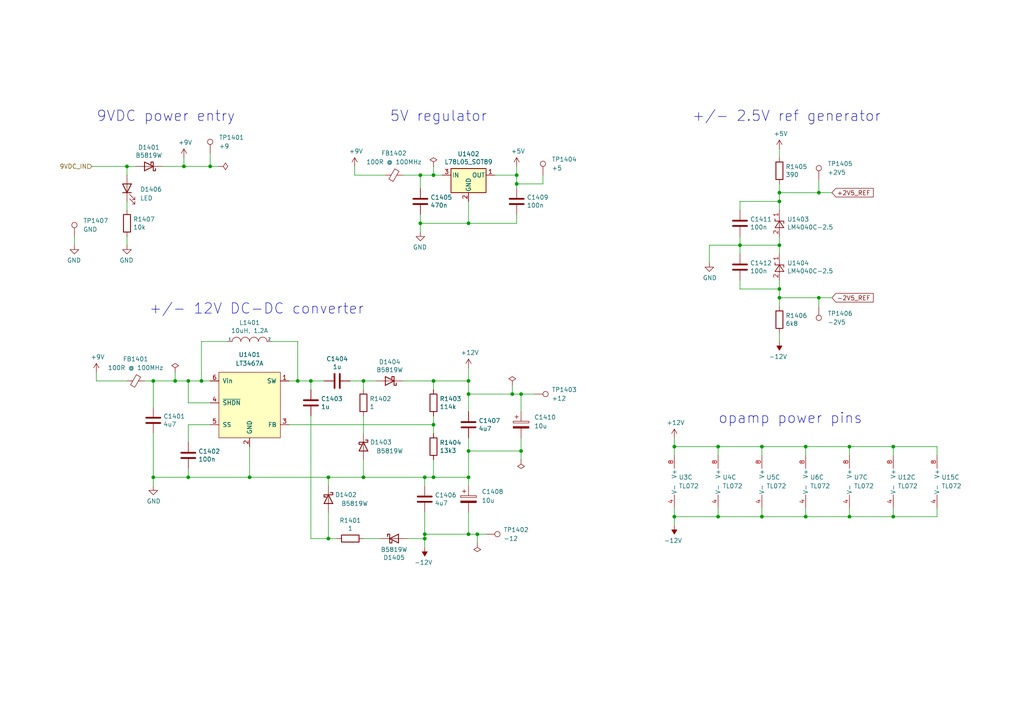
<source format=kicad_sch>
(kicad_sch (version 20211123) (generator eeschema)
  (paper "A4")
  (title_block (title "Micro-Pico Tiny Monosynth") (date "2022-08-18") (rev "0.1") (comment 1 "creativecommons.org/licences/by/4.0") (comment 2 "Licence: CC by 4.0") (comment 3 "Author: Jordan Aceto"))
  (lib_symbols
    (symbol "Amplifier_Operational:TL072" (pin_names (offset 0.127))
      (property "Reference" "U" (at 0 5.08 0))
      (property "Value" "TL072" (at 0 -5.08 0))
      (symbol "TL072_1_1"
        (polyline (pts (xy -5.08 5.08) (xy 5.08 0) (xy -5.08 -5.08) (xy -5.08 5.08)) (stroke (width 0.254)) (fill (type background)))
        (pin output line (at 7.62 0 180) (length 2.54) (name "~") (number "1"))
        (pin input line (at -7.62 -2.54 0) (length 2.54) (name "-") (number "2"))
        (pin input line (at -7.62 2.54 0) (length 2.54) (name "+") (number "3"))
      )
      (symbol "TL072_2_1"
        (polyline (pts (xy -5.08 5.08) (xy 5.08 0) (xy -5.08 -5.08) (xy -5.08 5.08)) (stroke (width 0.254)) (fill (type background)))
        (pin input line (at -7.62 2.54 0) (length 2.54) (name "+") (number "5"))
        (pin input line (at -7.62 -2.54 0) (length 2.54) (name "-") (number "6"))
        (pin output line (at 7.62 0 180) (length 2.54) (name "~") (number "7"))
      )
      (symbol "TL072_3_1"
        (pin power_in line (at -2.54 -7.62 90) (length 3.81) (name "V-") (number "4"))
        (pin power_in line (at -2.54 7.62 270) (length 3.81) (name "V+") (number "8"))
      )
    )
    (symbol "Connector:TestPoint" (pin_numbers hide) (pin_names (offset 0.762) hide)
      (property "Reference" "TP" (at 0 6.858 0))
      (property "Value" "TestPoint" (at 0 5.08 0))
      (symbol "TestPoint_0_1"
        (circle (center 0 3.302) (radius 0.762))
      )
      (symbol "TestPoint_1_1"
        (pin passive line (at 0 0 90) (length 2.54) (name "1") (number "1"))
      )
    )
    (symbol "Device:C" (pin_numbers hide) (pin_names (offset 0.254))
      (property "Reference" "C" (at 0.635 2.54 0))
      (property "Value" "C" (at 0.635 -2.54 0))
      (symbol "C_0_1"
        (polyline (pts (xy -2.032 -0.762) (xy 2.032 -0.762)) (stroke (width 0.508)))
        (polyline (pts (xy -2.032 0.762) (xy 2.032 0.762)) (stroke (width 0.508)))
      )
      (symbol "C_1_1"
        (pin passive line (at 0 3.81 270) (length 2.794) (name "~") (number "1"))
        (pin passive line (at 0 -3.81 90) (length 2.794) (name "~") (number "2"))
      )
    )
    (symbol "Device:C_Polarized" (pin_numbers hide) (pin_names (offset 0.254))
      (property "Reference" "C" (at 0.635 2.54 0))
      (property "Value" "C_Polarized" (at 0.635 -2.54 0))
      (symbol "C_Polarized_0_1"
        (rectangle (start -2.286 0.508) (end 2.286 1.016))
        (polyline (pts (xy -1.778 2.286) (xy -0.762 2.286)))
        (polyline (pts (xy -1.27 2.794) (xy -1.27 1.778)))
        (rectangle (start 2.286 -0.508) (end -2.286 -1.016) (fill (type outline)))
      )
      (symbol "C_Polarized_1_1"
        (pin passive line (at 0 3.81 270) (length 2.794) (name "~") (number "1"))
        (pin passive line (at 0 -3.81 90) (length 2.794) (name "~") (number "2"))
      )
    )
    (symbol "Device:D_Schottky" (pin_numbers hide) (pin_names (offset 1.016) hide)
      (property "Reference" "D" (at 0 2.54 0))
      (property "Value" "D_Schottky" (at 0 -2.54 0))
      (symbol "D_Schottky_0_1"
        (polyline (pts (xy 1.27 0) (xy -1.27 0)))
        (polyline (pts (xy 1.27 1.27) (xy 1.27 -1.27) (xy -1.27 0) (xy 1.27 1.27)) (stroke (width 0.254)))
        (polyline (pts (xy -1.905 0.635) (xy -1.905 1.27) (xy -1.27 1.27) (xy -1.27 -1.27) (xy -0.635 -1.27) (xy -0.635 -0.635)) (stroke (width 0.254)))
      )
      (symbol "D_Schottky_1_1"
        (pin passive line (at -3.81 0 0) (length 2.54) (name "K") (number "1"))
        (pin passive line (at 3.81 0 180) (length 2.54) (name "A") (number "2"))
      )
    )
    (symbol "Device:FerriteBead_Small" (pin_numbers hide) (pin_names (offset 0))
      (property "Reference" "FB" (at 1.905 1.27 0))
      (property "Value" "FerriteBead_Small" (at 1.905 -1.27 0))
      (symbol "FerriteBead_Small_0_1"
        (polyline (pts (xy 0 -1.27) (xy 0 -0.7874)))
        (polyline (pts (xy 0 0.889) (xy 0 1.2954)))
        (polyline (pts (xy -1.8288 0.2794) (xy -1.1176 1.4986) (xy 1.8288 -0.2032) (xy 1.1176 -1.4224) (xy -1.8288 0.2794)))
      )
      (symbol "FerriteBead_Small_1_1"
        (pin passive line (at 0 2.54 270) (length 1.27) (name "~") (number "1"))
        (pin passive line (at 0 -2.54 90) (length 1.27) (name "~") (number "2"))
      )
    )
    (symbol "Device:LED" (pin_numbers hide) (pin_names (offset 1.016) hide)
      (property "Reference" "D" (at 0 2.54 0))
      (property "Value" "LED" (at 0 -2.54 0))
      (symbol "LED_0_1"
        (polyline (pts (xy -1.27 -1.27) (xy -1.27 1.27)) (stroke (width 0.254)))
        (polyline (pts (xy -1.27 0) (xy 1.27 0)))
        (polyline (pts (xy 1.27 -1.27) (xy 1.27 1.27) (xy -1.27 0) (xy 1.27 -1.27)) (stroke (width 0.254)))
        (polyline (pts (xy -3.048 -0.762) (xy -4.572 -2.286) (xy -3.81 -2.286) (xy -4.572 -2.286) (xy -4.572 -1.524)))
        (polyline (pts (xy -1.778 -0.762) (xy -3.302 -2.286) (xy -2.54 -2.286) (xy -3.302 -2.286) (xy -3.302 -1.524)))
      )
      (symbol "LED_1_1"
        (pin passive line (at -3.81 0 0) (length 2.54) (name "K") (number "1"))
        (pin passive line (at 3.81 0 180) (length 2.54) (name "A") (number "2"))
      )
    )
    (symbol "Device:R" (pin_numbers hide) (pin_names (offset 0))
      (property "Reference" "R" (at 2.032 0 90))
      (property "Value" "R" (at 0 0 90))
      (symbol "R_0_1"
        (rectangle (start -1.016 -2.54) (end 1.016 2.54) (stroke (width 0.254)))
      )
      (symbol "R_1_1"
        (pin passive line (at 0 3.81 270) (length 1.27) (name "~") (number "1"))
        (pin passive line (at 0 -3.81 90) (length 1.27) (name "~") (number "2"))
      )
    )
    (symbol "Reference_Voltage:LM4040DBZ-2.5" (pin_names (offset 0.0254) hide)
      (property "Reference" "U" (at 0 2.54 0))
      (property "Value" "LM4040DBZ-2.5" (at 0 -3.175 0))
      (symbol "LM4040DBZ-2.5_0_1"
        (polyline (pts (xy -1.27 0) (xy 0 0) (xy 1.27 0)))
        (polyline (pts (xy -1.27 -1.27) (xy 0.635 0) (xy -1.27 1.27) (xy -1.27 -1.27)) (stroke (width 0.2032)))
        (polyline (pts (xy 0 -1.27) (xy 0.635 -1.27) (xy 0.635 1.27) (xy 1.27 1.27)) (stroke (width 0.2032)))
      )
      (symbol "LM4040DBZ-2.5_1_1"
        (pin passive line (at 3.81 0 180) (length 2.54) (name "K") (number "1"))
        (pin passive line (at -3.81 0 0) (length 2.54) (name "A") (number "2"))
      )
    )
    (symbol "Regulator_Linear:L78L05_SOT89" (pin_names (offset 0.254))
      (property "Reference" "U" (at -3.81 3.175 0))
      (property "Value" "L78L05_SOT89" (at -0.635 3.175 0))
      (symbol "L78L05_SOT89_0_1"
        (rectangle (start -5.08 1.905) (end 5.08 -5.08) (stroke (width 0.254)) (fill (type background)))
      )
      (symbol "L78L05_SOT89_1_1"
        (pin power_out line (at 7.62 0 180) (length 2.54) (name "OUT") (number "1"))
        (pin power_in line (at 0 -7.62 90) (length 2.54) (name "GND") (number "2"))
        (pin power_in line (at -7.62 0 0) (length 2.54) (name "IN") (number "3"))
      )
    )
    (symbol "custom_symbols:LT3467A" (pin_names (offset 1.016))
      (property "Reference" "U?" (at 0 13.97 0))
      (property "Value" "LT3467A" (at 0 11.43 0))
      (symbol "LT3467A_0_1"
        (rectangle (start -8.89 8.89) (end 8.89 -10.16) (fill (type background)))
      )
      (symbol "LT3467A_1_1"
        (pin power_out line (at 11.43 6.35 180) (length 2.54) (name "SW") (number "1"))
        (pin power_in line (at 0 -12.7 90) (length 2.54) (name "GND") (number "2"))
        (pin input line (at 11.43 -6.35 180) (length 2.54) (name "FB") (number "3"))
        (pin input line (at -11.43 0 0) (length 2.54) (name "~{SHDN}") (number "4"))
        (pin input line (at -11.43 -6.35 0) (length 2.54) (name "SS") (number "5"))
        (pin power_in line (at -11.43 6.35 0) (length 2.54) (name "Vin") (number "6"))
      )
    )
    (symbol "power:+12V" (power) (pin_names (offset 0))
      (property "Value" "+12V" (at 0 3.556 0))
      (symbol "+12V_0_1"
        (polyline (pts (xy -0.762 1.27) (xy 0 2.54)))
        (polyline (pts (xy 0 0) (xy 0 2.54)))
        (polyline (pts (xy 0 2.54) (xy 0.762 1.27)))
      )
      (symbol "+12V_1_1"
        (pin power_in line (at 0 0 90) (length 0) hide (name "+12V") (number "1"))
      )
    )
    (symbol "power:+5V" (power) (pin_names (offset 0))
      (property "Value" "+5V" (at 0 3.556 0))
      (symbol "+5V_0_1"
        (polyline (pts (xy -0.762 1.27) (xy 0 2.54)))
        (polyline (pts (xy 0 0) (xy 0 2.54)))
        (polyline (pts (xy 0 2.54) (xy 0.762 1.27)))
      )
      (symbol "+5V_1_1"
        (pin power_in line (at 0 0 90) (length 0) hide (name "+5V") (number "1"))
      )
    )
    (symbol "power:+9V" (power) (pin_names (offset 0))
      (property "Value" "+9V" (at 0 3.556 0))
      (symbol "+9V_0_1"
        (polyline (pts (xy -0.762 1.27) (xy 0 2.54)))
        (polyline (pts (xy 0 0) (xy 0 2.54)))
        (polyline (pts (xy 0 2.54) (xy 0.762 1.27)))
      )
      (symbol "+9V_1_1"
        (pin power_in line (at 0 0 90) (length 0) hide (name "+9V") (number "1"))
      )
    )
    (symbol "power:-12V" (power) (pin_names (offset 0))
      (property "Value" "-12V" (at 0 3.81 0))
      (symbol "-12V_0_0"
        (pin power_in line (at 0 0 90) (length 0) hide (name "-12V") (number "1"))
      )
      (symbol "-12V_0_1"
        (polyline (pts (xy 0 0) (xy 0 1.27) (xy 0.762 1.27) (xy 0 2.54) (xy -0.762 1.27) (xy 0 1.27)) (fill (type outline)))
      )
    )
    (symbol "power:GND" (power) (pin_names (offset 0))
      (property "Value" "GND" (at 0 -3.81 0))
      (symbol "GND_0_1"
        (polyline (pts (xy 0 0) (xy 0 -1.27) (xy 1.27 -1.27) (xy 0 -2.54) (xy -1.27 -1.27) (xy 0 -1.27)))
      )
      (symbol "GND_1_1"
        (pin power_in line (at 0 0 270) (length 0) hide (name "GND") (number "1"))
      )
    )
    (symbol "power:PWR_FLAG" (power) (pin_numbers hide) (pin_names (offset 0) hide)
      (property "Value" "PWR_FLAG" (at 0 3.81 0))
      (symbol "PWR_FLAG_0_0"
        (pin power_out line (at 0 0 90) (length 0) (name "pwr") (number "1"))
      )
      (symbol "PWR_FLAG_0_1"
        (polyline (pts (xy 0 0) (xy 0 1.27) (xy -1.016 1.905) (xy 0 2.54) (xy 1.016 1.905) (xy 0 1.27)))
      )
    )
    (symbol "pspice:INDUCTOR" (pin_numbers hide) (pin_names (offset 0))
      (property "Reference" "L" (at 0 2.54 0))
      (property "Value" "INDUCTOR" (at 0 -1.27 0))
      (symbol "INDUCTOR_0_1"
        (arc (start -2.54 0) (mid -3.81 1.27) (end -5.08 0))
        (arc (start 0 0) (mid -1.27 1.27) (end -2.54 0))
        (arc (start 2.54 0) (mid 1.27 1.27) (end 0 0))
        (arc (start 5.08 0) (mid 3.81 1.27) (end 2.54 0))
      )
      (symbol "INDUCTOR_1_1"
        (pin input line (at -6.35 0 0) (length 1.27) (name "1") (number "1"))
        (pin input line (at 6.35 0 180) (length 1.27) (name "2") (number "2"))
      )
    )
  )
  (junction (at 237.49 86.36))
  (junction (at 135.89 64.77))
  (junction (at 60.96 48.26))
  (junction (at 135.89 130.81))
  (junction (at 54.61 110.49))
  (junction (at 246.38 149.86))
  (junction (at 220.98 149.86))
  (junction (at 135.89 138.43))
  (junction (at 195.58 149.86))
  (junction (at 36.83 48.26))
  (junction (at 195.58 129.54))
  (junction (at 149.86 53.34))
  (junction (at 226.06 83.82))
  (junction (at 58.42 110.49))
  (junction (at 125.73 50.8))
  (junction (at 226.06 71.12))
  (junction (at 125.73 110.49))
  (junction (at 125.73 123.19))
  (junction (at 123.19 154.94))
  (junction (at 105.41 110.49))
  (junction (at 105.41 138.43))
  (junction (at 151.13 114.3))
  (junction (at 123.19 156.21))
  (junction (at 53.34 48.26))
  (junction (at 138.43 154.94))
  (junction (at 259.08 129.54))
  (junction (at 135.89 154.94))
  (junction (at 121.92 50.8))
  (junction (at 90.17 110.49))
  (junction (at 123.19 138.43))
  (junction (at 214.63 71.12))
  (junction (at 208.28 129.54))
  (junction (at 54.61 138.43))
  (junction (at 246.38 129.54))
  (junction (at 44.45 110.49))
  (junction (at 44.45 138.43))
  (junction (at 95.25 138.43))
  (junction (at 86.36 110.49))
  (junction (at 135.89 110.49))
  (junction (at 135.89 114.3))
  (junction (at 226.06 55.88))
  (junction (at 237.49 55.88))
  (junction (at 259.08 149.86))
  (junction (at 121.92 64.77))
  (junction (at 50.8 110.49))
  (junction (at 148.59 114.3))
  (junction (at 208.28 149.86))
  (junction (at 72.39 138.43))
  (junction (at 95.25 156.21))
  (junction (at 226.06 86.36))
  (junction (at 233.68 149.86))
  (junction (at 233.68 129.54))
  (junction (at 151.13 130.81))
  (junction (at 125.73 138.43))
  (junction (at 149.86 50.8))
  (junction (at 220.98 129.54))
  (junction (at 226.06 58.42))
  (wire (pts (xy 226.06 73.66) (xy 226.06 71.12)))
  (wire (pts (xy 135.89 110.49) (xy 135.89 114.3)))
  (wire (pts (xy 148.59 114.3) (xy 151.13 114.3)))
  (wire (pts (xy 195.58 127) (xy 195.58 129.54)))
  (wire (pts (xy 135.89 154.94) (xy 135.89 148.59)))
  (wire (pts (xy 90.17 110.49) (xy 86.36 110.49)))
  (wire (pts (xy 214.63 58.42) (xy 226.06 58.42)))
  (wire (pts (xy 214.63 60.96) (xy 214.63 58.42)))
  (wire (pts (xy 90.17 156.21) (xy 95.25 156.21)))
  (wire (pts (xy 214.63 73.66) (xy 214.63 71.12)))
  (wire (pts (xy 220.98 149.86) (xy 220.98 147.32)))
  (wire (pts (xy 226.06 55.88) (xy 237.49 55.88)))
  (wire (pts (xy 246.38 129.54) (xy 233.68 129.54)))
  (wire (pts (xy 237.49 86.36) (xy 241.3 86.36)))
  (wire (pts (xy 105.41 138.43) (xy 123.19 138.43)))
  (wire (pts (xy 208.28 129.54) (xy 208.28 132.08)))
  (wire (pts (xy 151.13 130.81) (xy 151.13 133.35)))
  (wire (pts (xy 125.73 123.19) (xy 125.73 125.73)))
  (wire (pts (xy 226.06 86.36) (xy 237.49 86.36)))
  (wire (pts (xy 157.48 53.34) (xy 149.86 53.34)))
  (wire (pts (xy 226.06 55.88) (xy 226.06 53.34)))
  (wire (pts (xy 21.59 71.12) (xy 21.59 68.58)))
  (wire (pts (xy 195.58 152.4) (xy 195.58 149.86)))
  (wire (pts (xy 237.49 55.88) (xy 241.3 55.88)))
  (wire (pts (xy 149.86 53.34) (xy 149.86 54.61)))
  (wire (pts (xy 44.45 110.49) (xy 41.91 110.49)))
  (wire (pts (xy 208.28 147.32) (xy 208.28 149.86)))
  (wire (pts (xy 54.61 128.27) (xy 54.61 123.19)))
  (wire (pts (xy 271.78 129.54) (xy 259.08 129.54)))
  (wire (pts (xy 121.92 50.8) (xy 121.92 54.61)))
  (wire (pts (xy 95.25 148.59) (xy 95.25 156.21)))
  (wire (pts (xy 72.39 138.43) (xy 95.25 138.43)))
  (wire (pts (xy 271.78 149.86) (xy 271.78 147.32)))
  (wire (pts (xy 226.06 60.96) (xy 226.06 58.42)))
  (wire (pts (xy 135.89 114.3) (xy 148.59 114.3)))
  (wire (pts (xy 138.43 154.94) (xy 140.97 154.94)))
  (wire (pts (xy 44.45 138.43) (xy 44.45 140.97)))
  (wire (pts (xy 54.61 135.89) (xy 54.61 138.43)))
  (wire (pts (xy 226.06 58.42) (xy 226.06 55.88)))
  (wire (pts (xy 60.96 44.45) (xy 60.96 48.26)))
  (wire (pts (xy 195.58 129.54) (xy 195.58 132.08)))
  (wire (pts (xy 102.87 50.8) (xy 111.76 50.8)))
  (wire (pts (xy 105.41 133.35) (xy 105.41 138.43)))
  (wire (pts (xy 93.98 110.49) (xy 90.17 110.49)))
  (wire (pts (xy 78.74 99.06) (xy 86.36 99.06)))
  (wire (pts (xy 58.42 99.06) (xy 58.42 110.49)))
  (wire (pts (xy 237.49 52.07) (xy 237.49 55.88)))
  (wire (pts (xy 109.22 110.49) (xy 105.41 110.49)))
  (wire (pts (xy 208.28 149.86) (xy 220.98 149.86)))
  (wire (pts (xy 95.25 138.43) (xy 105.41 138.43)))
  (wire (pts (xy 135.89 106.68) (xy 135.89 110.49)))
  (wire (pts (xy 39.37 48.26) (xy 36.83 48.26)))
  (wire (pts (xy 123.19 148.59) (xy 123.19 154.94)))
  (wire (pts (xy 226.06 86.36) (xy 226.06 88.9)))
  (wire (pts (xy 149.86 50.8) (xy 143.51 50.8)))
  (wire (pts (xy 135.89 64.77) (xy 149.86 64.77)))
  (wire (pts (xy 135.89 154.94) (xy 138.43 154.94)))
  (wire (pts (xy 27.94 110.49) (xy 36.83 110.49)))
  (wire (pts (xy 116.84 110.49) (xy 125.73 110.49)))
  (wire (pts (xy 149.86 64.77) (xy 149.86 62.23)))
  (wire (pts (xy 95.25 156.21) (xy 97.79 156.21)))
  (wire (pts (xy 123.19 154.94) (xy 135.89 154.94)))
  (wire (pts (xy 123.19 138.43) (xy 125.73 138.43)))
  (wire (pts (xy 54.61 116.84) (xy 54.61 110.49)))
  (wire (pts (xy 195.58 147.32) (xy 195.58 149.86)))
  (wire (pts (xy 123.19 140.97) (xy 123.19 138.43)))
  (wire (pts (xy 128.27 50.8) (xy 125.73 50.8)))
  (wire (pts (xy 135.89 130.81) (xy 135.89 127)))
  (wire (pts (xy 226.06 96.52) (xy 226.06 99.06)))
  (wire (pts (xy 53.34 48.26) (xy 60.96 48.26)))
  (wire (pts (xy 125.73 110.49) (xy 125.73 113.03)))
  (wire (pts (xy 148.59 114.3) (xy 148.59 111.76)))
  (wire (pts (xy 233.68 129.54) (xy 233.68 132.08)))
  (wire (pts (xy 121.92 64.77) (xy 135.89 64.77)))
  (wire (pts (xy 121.92 50.8) (xy 116.84 50.8)))
  (wire (pts (xy 60.96 48.26) (xy 63.5 48.26)))
  (wire (pts (xy 123.19 156.21) (xy 123.19 158.75)))
  (wire (pts (xy 138.43 154.94) (xy 138.43 157.48)))
  (wire (pts (xy 27.94 107.95) (xy 27.94 110.49)))
  (wire (pts (xy 44.45 110.49) (xy 50.8 110.49)))
  (wire (pts (xy 259.08 129.54) (xy 246.38 129.54)))
  (wire (pts (xy 44.45 118.11) (xy 44.45 110.49)))
  (wire (pts (xy 233.68 149.86) (xy 246.38 149.86)))
  (wire (pts (xy 208.28 129.54) (xy 195.58 129.54)))
  (wire (pts (xy 105.41 120.65) (xy 105.41 125.73)))
  (wire (pts (xy 125.73 50.8) (xy 121.92 50.8)))
  (wire (pts (xy 86.36 110.49) (xy 83.82 110.49)))
  (wire (pts (xy 233.68 129.54) (xy 220.98 129.54)))
  (wire (pts (xy 36.83 58.42) (xy 36.83 60.96)))
  (wire (pts (xy 125.73 110.49) (xy 135.89 110.49)))
  (wire (pts (xy 44.45 138.43) (xy 44.45 125.73)))
  (wire (pts (xy 214.63 71.12) (xy 226.06 71.12)))
  (wire (pts (xy 54.61 123.19) (xy 60.96 123.19)))
  (wire (pts (xy 154.94 114.3) (xy 151.13 114.3)))
  (wire (pts (xy 125.73 138.43) (xy 135.89 138.43)))
  (wire (pts (xy 220.98 149.86) (xy 233.68 149.86)))
  (wire (pts (xy 83.82 123.19) (xy 125.73 123.19)))
  (wire (pts (xy 60.96 116.84) (xy 54.61 116.84)))
  (wire (pts (xy 149.86 48.26) (xy 149.86 50.8)))
  (wire (pts (xy 53.34 45.72) (xy 53.34 48.26)))
  (wire (pts (xy 54.61 138.43) (xy 44.45 138.43)))
  (wire (pts (xy 271.78 132.08) (xy 271.78 129.54)))
  (wire (pts (xy 36.83 71.12) (xy 36.83 68.58)))
  (wire (pts (xy 135.89 138.43) (xy 135.89 130.81)))
  (wire (pts (xy 246.38 149.86) (xy 259.08 149.86)))
  (wire (pts (xy 121.92 67.31) (xy 121.92 64.77)))
  (wire (pts (xy 214.63 81.28) (xy 214.63 83.82)))
  (wire (pts (xy 60.96 110.49) (xy 58.42 110.49)))
  (wire (pts (xy 72.39 138.43) (xy 72.39 129.54)))
  (wire (pts (xy 123.19 154.94) (xy 123.19 156.21)))
  (wire (pts (xy 220.98 132.08) (xy 220.98 129.54)))
  (wire (pts (xy 151.13 119.38) (xy 151.13 114.3)))
  (wire (pts (xy 95.25 140.97) (xy 95.25 138.43)))
  (wire (pts (xy 259.08 129.54) (xy 259.08 132.08)))
  (wire (pts (xy 246.38 149.86) (xy 246.38 147.32)))
  (wire (pts (xy 90.17 113.03) (xy 90.17 110.49)))
  (wire (pts (xy 226.06 71.12) (xy 226.06 68.58)))
  (wire (pts (xy 90.17 120.65) (xy 90.17 156.21)))
  (wire (pts (xy 259.08 147.32) (xy 259.08 149.86)))
  (wire (pts (xy 214.63 83.82) (xy 226.06 83.82)))
  (wire (pts (xy 66.04 99.06) (xy 58.42 99.06)))
  (wire (pts (xy 149.86 50.8) (xy 149.86 53.34)))
  (wire (pts (xy 58.42 110.49) (xy 54.61 110.49)))
  (wire (pts (xy 259.08 149.86) (xy 271.78 149.86)))
  (wire (pts (xy 54.61 138.43) (xy 72.39 138.43)))
  (wire (pts (xy 36.83 48.26) (xy 36.83 50.8)))
  (wire (pts (xy 237.49 88.9) (xy 237.49 86.36)))
  (wire (pts (xy 246.38 132.08) (xy 246.38 129.54)))
  (wire (pts (xy 50.8 110.49) (xy 50.8 107.95)))
  (wire (pts (xy 125.73 138.43) (xy 125.73 133.35)))
  (wire (pts (xy 125.73 120.65) (xy 125.73 123.19)))
  (wire (pts (xy 157.48 50.8) (xy 157.48 53.34)))
  (wire (pts (xy 205.74 71.12) (xy 214.63 71.12)))
  (wire (pts (xy 226.06 83.82) (xy 226.06 86.36)))
  (wire (pts (xy 118.11 156.21) (xy 123.19 156.21)))
  (wire (pts (xy 151.13 127) (xy 151.13 130.81)))
  (wire (pts (xy 86.36 99.06) (xy 86.36 110.49)))
  (wire (pts (xy 151.13 130.81) (xy 135.89 130.81)))
  (wire (pts (xy 195.58 149.86) (xy 208.28 149.86)))
  (wire (pts (xy 105.41 156.21) (xy 110.49 156.21)))
  (wire (pts (xy 233.68 147.32) (xy 233.68 149.86)))
  (wire (pts (xy 105.41 110.49) (xy 101.6 110.49)))
  (wire (pts (xy 226.06 43.18) (xy 226.06 45.72)))
  (wire (pts (xy 220.98 129.54) (xy 208.28 129.54)))
  (wire (pts (xy 214.63 68.58) (xy 214.63 71.12)))
  (wire (pts (xy 226.06 83.82) (xy 226.06 81.28)))
  (wire (pts (xy 135.89 114.3) (xy 135.89 119.38)))
  (wire (pts (xy 121.92 62.23) (xy 121.92 64.77)))
  (wire (pts (xy 125.73 50.8) (xy 125.73 48.26)))
  (wire (pts (xy 105.41 113.03) (xy 105.41 110.49)))
  (wire (pts (xy 46.99 48.26) (xy 53.34 48.26)))
  (wire (pts (xy 205.74 71.12) (xy 205.74 76.2)))
  (wire (pts (xy 50.8 110.49) (xy 54.61 110.49)))
  (wire (pts (xy 135.89 138.43) (xy 135.89 140.97)))
  (wire (pts (xy 102.87 48.26) (xy 102.87 50.8)))
  (wire (pts (xy 36.83 48.26) (xy 26.67 48.26)))
  (wire (pts (xy 135.89 58.42) (xy 135.89 64.77)))
  (text "5V regulator" (at 113.03 35.56 0) (effects (font (size 3 3)) (justify left bottom)))
  (text "+/- 12V DC-DC converter" (at 43.18 91.44 0) (effects (font (size 3 3)) (justify left bottom)))
  (text "+/- 2.5V ref generator" (at 200.66 35.56 0) (effects (font (size 3 3)) (justify left bottom)))
  (text "9VDC power entry" (at 27.94 35.56 0) (effects (font (size 3 3)) (justify left bottom)))
  (text "opamp power pins" (at 208.28 123.19 0) (effects (font (size 3 3)) (justify left bottom)))
  (global_label "-2V5_REF" (shape input) (at 241.3 86.36 0) (property "Intersheet References" "${INTERSHEET_REFS}" (effects hide)))
  (global_label "+2V5_REF" (shape input) (at 241.3 55.88 0) (property "Intersheet References" "${INTERSHEET_REFS}" (effects hide)))
  (hierarchical_label "9VDC_IN" (shape input) (at 26.67 48.26 180))
  (symbol (lib_id "power:GND") (at 36.83 71.12 0) (mirror y) (unit 1)
    (property "Reference" "#PWR01301" (effects hide))
    (property "Value" "GND" (at 36.703 75.5142 0))
  )
  (symbol (lib_id "pspice:INDUCTOR") (at 72.39 99.06 0) (unit 1)
    (property "Reference" "L1401" (at 72.39 93.599 0))
    (property "Value" "10uH, 1.2A" (at 72.39 95.9104 0))
    (property "Footprint" "Inductor_SMD:L_Taiyo-Yuden_NR-50xx" (effects hide))
  )
  (symbol (lib_id "power:+9V") (at 53.34 45.72 0) (unit 1)
    (property "Reference" "#PWR01403" (effects hide))
    (property "Value" "+9V" (at 53.721 41.3258 0))
  )
  (symbol (lib_id "Device:R") (at 125.73 116.84 180) (unit 1)
    (property "Reference" "R1403" (at 127.508 115.6716 0) (effects (justify right)))
    (property "Value" "114k" (at 127.508 117.983 0) (effects (justify right)))
    (property "Footprint" "Resistor_SMD:R_0603_1608Metric" (effects hide))
  )
  (symbol (lib_id "power:+5V") (at 149.86 48.26 0) (unit 1)
    (property "Reference" "#PWR01408" (effects hide))
    (property "Value" "+5V" (at 150.241 43.8658 0))
  )
  (symbol (lib_id "power:GND") (at 121.92 67.31 0) (mirror y) (unit 1)
    (property "Reference" "#PWR01405" (effects hide))
    (property "Value" "GND" (at 121.793 71.7042 0))
  )
  (symbol (lib_id "Connector:TestPoint") (at 237.49 88.9 180) (unit 1) (in_bom no)
    (property "Reference" "TP1406" (at 240.03 90.9319 0) (effects (justify right)))
    (property "Value" "-2V5" (at 240.03 93.4719 0) (effects (justify right)))
    (property "Footprint" "TestPoint:TestPoint_Keystone_5000-5004_Miniature" (effects hide))
  )
  (symbol (lib_id "Device:C_Polarized") (at 151.13 123.19 0) (unit 1)
    (property "Reference" "C1410" (at 154.94 121.0309 0) (effects (justify left)))
    (property "Value" "10u" (at 154.94 123.5709 0) (effects (justify left)))
    (property "Footprint" "Capacitor_THT:CP_Radial_D6.3mm_P2.50mm" (effects hide))
  )
  (symbol (lib_id "Device:LED") (at 36.83 54.61 90) (unit 1)
    (property "Reference" "D1406" (at 40.64 54.9274 90) (effects (justify right)))
    (property "Value" "LED" (at 40.64 57.4674 90) (effects (justify right)))
    (property "Footprint" "LED_THT:LED_D3.0mm" (effects hide))
  )
  (symbol (lib_id "power:-12V") (at 195.58 152.4 180) (unit 1)
    (property "Reference" "#PWR01410" (effects hide))
    (property "Value" "-12V" (at 195.199 156.7942 0))
  )
  (symbol (lib_id "Reference_Voltage:LM4040DBZ-2.5") (at 226.06 77.47 90) (unit 1)
    (property "Reference" "U1404" (at 228.2952 76.3016 90) (effects (justify right)))
    (property "Value" "LM4040C-2.5" (at 228.2952 78.613 90) (effects (justify right)))
    (property "Footprint" "Package_TO_SOT_SMD:SOT-23" (effects hide))
    (property "Datasheet" "http://www.ti.com/lit/ds/symlink/lm4040-n.pdf" (effects hide))
  )
  (symbol (lib_id "Device:D_Schottky") (at 43.18 48.26 180) (unit 1)
    (property "Reference" "D1401" (at 43.18 42.7482 0))
    (property "Value" "B5819W" (at 43.18 45.0596 0))
    (property "Footprint" "Diode_SMD:D_SOD-123" (effects hide))
  )
  (symbol (lib_id "Device:R") (at 226.06 49.53 0) (unit 1)
    (property "Reference" "R1405" (at 227.838 48.3616 0) (effects (justify left)))
    (property "Value" "390" (at 227.838 50.673 0) (effects (justify left)))
    (property "Footprint" "Resistor_SMD:R_0603_1608Metric" (effects hide))
  )
  (symbol (lib_id "Device:D_Schottky") (at 95.25 144.78 270) (unit 1)
    (property "Reference" "D1402" (at 100.33 143.51 90))
    (property "Value" "B5819W" (at 102.87 146.05 90))
    (property "Footprint" "Diode_SMD:D_SOD-123" (effects hide))
  )
  (symbol (lib_id "power:GND") (at 44.45 140.97 0) (unit 1)
    (property "Reference" "#PWR01402" (effects hide))
    (property "Value" "GND" (at 44.577 145.3642 0))
  )
  (symbol (lib_id "Reference_Voltage:LM4040DBZ-2.5") (at 226.06 64.77 90) (unit 1)
    (property "Reference" "U1403" (at 228.2952 63.6016 90) (effects (justify right)))
    (property "Value" "LM4040C-2.5" (at 228.2952 65.913 90) (effects (justify right)))
    (property "Footprint" "Package_TO_SOT_SMD:SOT-23" (effects hide))
    (property "Datasheet" "http://www.ti.com/lit/ds/symlink/lm4040-n.pdf" (effects hide))
  )
  (symbol (lib_id "Amplifier_Operational:TL072") (at 248.92 139.7 0) (unit 3)
    (property "Reference" "U7" (at 247.65 138.4299 0) (effects (justify left)))
    (property "Value" "TL072" (at 247.65 140.9699 0) (effects (justify left)))
    (property "Footprint" "Package_SO:SOIC-8_3.9x4.9mm_P1.27mm" (effects hide))
    (property "Datasheet" "http://www.ti.com/lit/ds/symlink/tl071.pdf" (effects hide))
  )
  (symbol (lib_id "Amplifier_Operational:TL072") (at 274.32 139.7 0) (unit 3)
    (property "Reference" "U15" (at 273.05 138.4299 0) (effects (justify left)))
    (property "Value" "TL072" (at 273.05 140.9699 0) (effects (justify left)))
    (property "Footprint" "Package_SO:SOIC-8_3.9x4.9mm_P1.27mm" (effects hide))
    (property "Datasheet" "http://www.ti.com/lit/ds/symlink/tl071.pdf" (effects hide))
  )
  (symbol (lib_id "Device:D_Schottky") (at 105.41 129.54 270) (unit 1)
    (property "Reference" "D1403" (at 110.49 128.27 90))
    (property "Value" "B5819W" (at 113.03 130.81 90))
    (property "Footprint" "Diode_SMD:D_SOD-123" (effects hide))
  )
  (symbol (lib_id "power:+9V") (at 27.94 107.95 0) (unit 1)
    (property "Reference" "#PWR01401" (effects hide))
    (property "Value" "+9V" (at 28.321 103.5558 0))
  )
  (symbol (lib_id "power:PWR_FLAG") (at 50.8 107.95 0) (unit 1)
    (property "Reference" "#FLG0105" (effects hide))
    (property "Value" "PWR_FLAG" (effects hide))
  )
  (symbol (lib_id "Device:R") (at 125.73 129.54 180) (unit 1)
    (property "Reference" "R1404" (at 127.508 128.3716 0) (effects (justify right)))
    (property "Value" "13k3" (at 127.508 130.683 0) (effects (justify right)))
    (property "Footprint" "Resistor_SMD:R_0603_1608Metric" (effects hide))
  )
  (symbol (lib_id "power:+5V") (at 226.06 43.18 0) (unit 1)
    (property "Reference" "#PWR01412" (effects hide))
    (property "Value" "+5V" (at 226.441 38.7858 0))
  )
  (symbol (lib_id "Device:C") (at 90.17 116.84 0) (unit 1)
    (property "Reference" "C1403" (at 93.091 115.6716 0) (effects (justify left)))
    (property "Value" "1u" (at 93.091 117.983 0) (effects (justify left)))
    (property "Footprint" "Capacitor_SMD:C_0805_2012Metric" (effects hide))
  )
  (symbol (lib_id "power:-12V") (at 226.06 99.06 180) (unit 1)
    (property "Reference" "#PWR01413" (effects hide))
    (property "Value" "-12V" (at 225.679 103.4542 0))
  )
  (symbol (lib_id "Connector:TestPoint") (at 157.48 50.8 0) (unit 1) (in_bom no)
    (property "Reference" "TP1404" (at 160.02 46.2279 0) (effects (justify left)))
    (property "Value" "+5" (at 160.02 48.7679 0) (effects (justify left)))
    (property "Footprint" "TestPoint:TestPoint_Keystone_5000-5004_Miniature" (effects hide))
  )
  (symbol (lib_id "Device:C") (at 214.63 77.47 0) (unit 1)
    (property "Reference" "C1412" (at 217.551 76.3016 0) (effects (justify left)))
    (property "Value" "100n" (at 217.551 78.613 0) (effects (justify left)))
    (property "Footprint" "Capacitor_SMD:C_0603_1608Metric" (effects hide))
  )
  (symbol (lib_id "power:PWR_FLAG") (at 125.73 48.26 0) (unit 1)
    (property "Reference" "#FLG0102" (effects hide))
    (property "Value" "PWR_FLAG" (effects hide))
  )
  (symbol (lib_id "Amplifier_Operational:TL072") (at 198.12 139.7 0) (unit 3)
    (property "Reference" "U3" (at 196.85 138.4299 0) (effects (justify left)))
    (property "Value" "TL072" (at 196.85 140.9699 0) (effects (justify left)))
    (property "Footprint" "Package_SO:SOIC-8_3.9x4.9mm_P1.27mm" (effects hide))
    (property "Datasheet" "http://www.ti.com/lit/ds/symlink/tl071.pdf" (effects hide))
  )
  (symbol (lib_id "Device:C_Polarized") (at 135.89 144.78 0) (unit 1)
    (property "Reference" "C1408" (at 139.7 142.6209 0) (effects (justify left)))
    (property "Value" "10u" (at 139.7 145.1609 0) (effects (justify left)))
    (property "Footprint" "Capacitor_THT:CP_Radial_D6.3mm_P2.50mm" (effects hide))
  )
  (symbol (lib_id "Device:C") (at 121.92 58.42 0) (unit 1)
    (property "Reference" "C1405" (at 124.841 57.2516 0) (effects (justify left)))
    (property "Value" "470n" (at 124.841 59.563 0) (effects (justify left)))
    (property "Footprint" "Capacitor_SMD:C_0805_2012Metric" (effects hide))
  )
  (symbol (lib_id "Device:C") (at 149.86 58.42 0) (unit 1)
    (property "Reference" "C1409" (at 152.781 57.2516 0) (effects (justify left)))
    (property "Value" "100n" (at 152.781 59.563 0) (effects (justify left)))
    (property "Footprint" "Capacitor_SMD:C_0603_1608Metric" (effects hide))
  )
  (symbol (lib_id "Device:C") (at 97.79 110.49 270) (unit 1)
    (property "Reference" "C1404" (at 97.79 104.0892 90))
    (property "Value" "1u" (at 97.79 106.4006 90))
    (property "Footprint" "Capacitor_SMD:C_0805_2012Metric" (effects hide))
  )
  (symbol (lib_id "Amplifier_Operational:TL072") (at 236.22 139.7 0) (unit 3)
    (property "Reference" "U6" (at 234.95 138.4299 0) (effects (justify left)))
    (property "Value" "TL072" (at 234.95 140.9699 0) (effects (justify left)))
    (property "Footprint" "Package_SO:SOIC-8_3.9x4.9mm_P1.27mm" (effects hide))
    (property "Datasheet" "http://www.ti.com/lit/ds/symlink/tl071.pdf" (effects hide))
  )
  (symbol (lib_id "Device:C") (at 214.63 64.77 0) (unit 1)
    (property "Reference" "C1411" (at 217.551 63.6016 0) (effects (justify left)))
    (property "Value" "100n" (at 217.551 65.913 0) (effects (justify left)))
    (property "Footprint" "Capacitor_SMD:C_0603_1608Metric" (effects hide))
  )
  (symbol (lib_id "Device:C") (at 54.61 132.08 0) (unit 1)
    (property "Reference" "C1402" (at 57.531 130.9116 0) (effects (justify left)))
    (property "Value" "100n" (at 57.531 133.223 0) (effects (justify left)))
    (property "Footprint" "Capacitor_SMD:C_0603_1608Metric" (effects hide))
  )
  (symbol (lib_id "power:GND") (at 21.59 71.12 0) (mirror y) (unit 1)
    (property "Reference" "#PWR01308" (effects hide))
    (property "Value" "GND" (at 21.463 75.5142 0))
  )
  (symbol (lib_id "Connector:TestPoint") (at 237.49 52.07 0) (unit 1) (in_bom no)
    (property "Reference" "TP1405" (at 240.03 47.4979 0) (effects (justify left)))
    (property "Value" "+2V5" (at 240.03 50.0379 0) (effects (justify left)))
    (property "Footprint" "TestPoint:TestPoint_Keystone_5000-5004_Miniature" (effects hide))
  )
  (symbol (lib_id "power:PWR_FLAG") (at 148.59 111.76 0) (unit 1)
    (property "Reference" "#FLG0104" (effects hide))
    (property "Value" "PWR_FLAG" (effects hide))
  )
  (symbol (lib_id "Device:D_Schottky") (at 114.3 156.21 0) (unit 1)
    (property "Reference" "D1405" (at 114.3 161.7218 0))
    (property "Value" "B5819W" (at 114.3 159.4104 0))
    (property "Footprint" "Diode_SMD:D_SOD-123" (effects hide))
  )
  (symbol (lib_id "Device:C") (at 44.45 121.92 0) (unit 1)
    (property "Reference" "C1401" (at 47.371 120.7516 0) (effects (justify left)))
    (property "Value" "4u7" (at 47.371 123.063 0) (effects (justify left)))
    (property "Footprint" "Capacitor_SMD:C_0805_2012Metric" (effects hide))
  )
  (symbol (lib_id "Connector:TestPoint") (at 21.59 68.58 0) (unit 1) (in_bom no)
    (property "Reference" "TP1407" (at 24.13 64.0079 0) (effects (justify left)))
    (property "Value" "GND" (at 24.13 66.5479 0) (effects (justify left)))
    (property "Footprint" "TestPoint:TestPoint_Bridge_Pitch7.62mm_Drill1.3mm" (effects hide))
  )
  (symbol (lib_id "Amplifier_Operational:TL072") (at 261.62 139.7 0) (unit 3)
    (property "Reference" "U12" (at 260.35 138.4299 0) (effects (justify left)))
    (property "Value" "TL072" (at 260.35 140.9699 0) (effects (justify left)))
    (property "Footprint" "Package_SO:SOIC-8_3.9x4.9mm_P1.27mm" (effects hide))
    (property "Datasheet" "http://www.ti.com/lit/ds/symlink/tl071.pdf" (effects hide))
  )
  (symbol (lib_id "Device:C") (at 123.19 144.78 0) (unit 1)
    (property "Reference" "C1406" (at 126.111 143.6116 0) (effects (justify left)))
    (property "Value" "4u7" (at 126.111 145.923 0) (effects (justify left)))
    (property "Footprint" "Capacitor_SMD:C_0805_2012Metric" (effects hide))
  )
  (symbol (lib_id "power:+9V") (at 102.87 48.26 0) (unit 1)
    (property "Reference" "#PWR01404" (effects hide))
    (property "Value" "+9V" (at 103.251 43.8658 0))
  )
  (symbol (lib_id "custom_symbols:LT3467A") (at 72.39 116.84 0) (unit 1)
    (property "Reference" "U1401" (at 72.39 102.87 0))
    (property "Value" "LT3467A" (at 72.39 105.41 0))
    (property "Footprint" "Package_TO_SOT_SMD:TSOT-23-6" (effects hide))
  )
  (symbol (lib_id "Device:R") (at 101.6 156.21 90) (unit 1)
    (property "Reference" "R1401" (at 101.6 150.9522 90))
    (property "Value" "1" (at 101.6 153.2636 90))
    (property "Footprint" "Resistor_SMD:R_0603_1608Metric" (effects hide))
  )
  (symbol (lib_id "Amplifier_Operational:TL072") (at 223.52 139.7 0) (unit 3)
    (property "Reference" "U5" (at 222.25 138.4299 0) (effects (justify left)))
    (property "Value" "TL072" (at 222.25 140.9699 0) (effects (justify left)))
    (property "Footprint" "Package_SO:SOIC-8_3.9x4.9mm_P1.27mm" (effects hide))
    (property "Datasheet" "http://www.ti.com/lit/ds/symlink/tl071.pdf" (effects hide))
  )
  (symbol (lib_id "power:GND") (at 205.74 76.2 0) (unit 1)
    (property "Reference" "#PWR01411" (effects hide))
    (property "Value" "GND" (at 205.867 80.5942 0))
  )
  (symbol (lib_id "Device:R") (at 36.83 64.77 180) (unit 1)
    (property "Reference" "R1407" (at 38.608 63.6016 0) (effects (justify right)))
    (property "Value" "10k" (at 38.608 65.913 0) (effects (justify right)))
    (property "Footprint" "Resistor_SMD:R_0603_1608Metric" (effects hide))
  )
  (symbol (lib_id "power:-12V") (at 123.19 158.75 180) (unit 1)
    (property "Reference" "#PWR01406" (effects hide))
    (property "Value" "-12V" (at 122.809 163.1442 0))
  )
  (symbol (lib_id "power:PWR_FLAG") (at 63.5 48.26 270) (unit 1)
    (property "Reference" "#FLG0101" (effects hide))
    (property "Value" "PWR_FLAG" (effects hide))
  )
  (symbol (lib_id "power:PWR_FLAG") (at 138.43 157.48 180) (unit 1)
    (property "Reference" "#FLG0106" (effects hide))
    (property "Value" "PWR_FLAG" (effects hide))
  )
  (symbol (lib_id "Device:D_Schottky") (at 113.03 110.49 180) (unit 1)
    (property "Reference" "D1404" (at 113.03 104.9782 0))
    (property "Value" "B5819W" (at 113.03 107.2896 0))
    (property "Footprint" "Diode_SMD:D_SOD-123" (effects hide))
  )
  (symbol (lib_id "Device:R") (at 105.41 116.84 180) (unit 1)
    (property "Reference" "R1402" (at 107.188 115.6716 0) (effects (justify right)))
    (property "Value" "1" (at 107.188 117.983 0) (effects (justify right)))
    (property "Footprint" "Resistor_SMD:R_0603_1608Metric" (effects hide))
  )
  (symbol (lib_id "Connector:TestPoint") (at 154.94 114.3 270) (unit 1) (in_bom no)
    (property "Reference" "TP1403" (at 160.02 113.03 90) (effects (justify left)))
    (property "Value" "+12" (at 160.02 115.57 90) (effects (justify left)))
    (property "Footprint" "TestPoint:TestPoint_Keystone_5000-5004_Miniature" (effects hide))
  )
  (symbol (lib_id "Device:R") (at 226.06 92.71 0) (unit 1)
    (property "Reference" "R1406" (at 227.838 91.5416 0) (effects (justify left)))
    (property "Value" "6k8" (at 227.838 93.853 0) (effects (justify left)))
    (property "Footprint" "Resistor_SMD:R_0603_1608Metric" (effects hide))
  )
  (symbol (lib_id "Device:FerriteBead_Small") (at 39.37 110.49 90) (unit 1)
    (property "Reference" "FB1401" (at 39.3319 104.14 90))
    (property "Value" "100R @ 100MHz" (at 39.3319 106.68 90))
    (property "Footprint" "Inductor_SMD:L_0805_2012Metric" (effects hide))
  )
  (symbol (lib_id "Connector:TestPoint") (at 140.97 154.94 270) (unit 1) (in_bom no)
    (property "Reference" "TP1402" (at 146.05 153.6699 90) (effects (justify left)))
    (property "Value" "-12" (at 146.05 156.2099 90) (effects (justify left)))
    (property "Footprint" "TestPoint:TestPoint_Keystone_5000-5004_Miniature" (effects hide))
  )
  (symbol (lib_id "power:+12V") (at 195.58 127 0) (unit 1)
    (property "Reference" "#PWR01409" (effects hide))
    (property "Value" "+12V" (at 195.961 122.6058 0))
  )
  (symbol (lib_id "Device:FerriteBead_Small") (at 114.3 50.8 90) (unit 1)
    (property "Reference" "FB1402" (at 114.2619 44.45 90))
    (property "Value" "100R @ 100MHz" (at 114.2619 46.99 90))
    (property "Footprint" "Inductor_SMD:L_0805_2012Metric" (effects hide))
  )
  (symbol (lib_id "Device:C") (at 135.89 123.19 0) (unit 1)
    (property "Reference" "C1407" (at 138.811 122.0216 0) (effects (justify left)))
    (property "Value" "4u7" (at 138.811 124.333 0) (effects (justify left)))
    (property "Footprint" "Capacitor_SMD:C_0805_2012Metric" (effects hide))
  )
  (symbol (lib_id "Regulator_Linear:L78L05_SOT89") (at 135.89 50.8 0) (unit 1)
    (property "Reference" "U1402" (at 135.89 44.6532 0))
    (property "Value" "L78L05_SOT89" (at 135.89 46.9646 0))
    (property "Footprint" "Package_TO_SOT_SMD:SOT-89-3" (effects hide))
    (property "Datasheet" "http://www.st.com/content/ccc/resource/technical/document/datasheet/15/55/e5/aa/23/5b/43/fd/CD00000446.pdf/files/CD00000446.pdf/jcr:content/translations/en.CD00000446.pdf" (effects hide))
  )
  (symbol (lib_id "power:PWR_FLAG") (at 151.13 133.35 180) (unit 1)
    (property "Reference" "#FLG0103" (effects hide))
    (property "Value" "PWR_FLAG" (effects hide))
  )
  (symbol (lib_id "Connector:TestPoint") (at 60.96 44.45 0) (unit 1) (in_bom no)
    (property "Reference" "TP1401" (at 63.5 39.8779 0) (effects (justify left)))
    (property "Value" "+9" (at 63.5 42.4179 0) (effects (justify left)))
    (property "Footprint" "TestPoint:TestPoint_Keystone_5000-5004_Miniature" (effects hide))
  )
  (symbol (lib_id "power:+12V") (at 135.89 106.68 0) (unit 1)
    (property "Reference" "#PWR01407" (effects hide))
    (property "Value" "+12V" (at 136.271 102.2858 0))
  )
  (symbol (lib_id "Amplifier_Operational:TL072") (at 210.82 139.7 0) (unit 3)
    (property "Reference" "U4" (at 209.55 138.4299 0) (effects (justify left)))
    (property "Value" "TL072" (at 209.55 140.9699 0) (effects (justify left)))
    (property "Footprint" "Package_SO:SOIC-8_3.9x4.9mm_P1.27mm" (effects hide))
    (property "Datasheet" "http://www.ti.com/lit/ds/symlink/tl071.pdf" (effects hide))
  )
)
</source>
